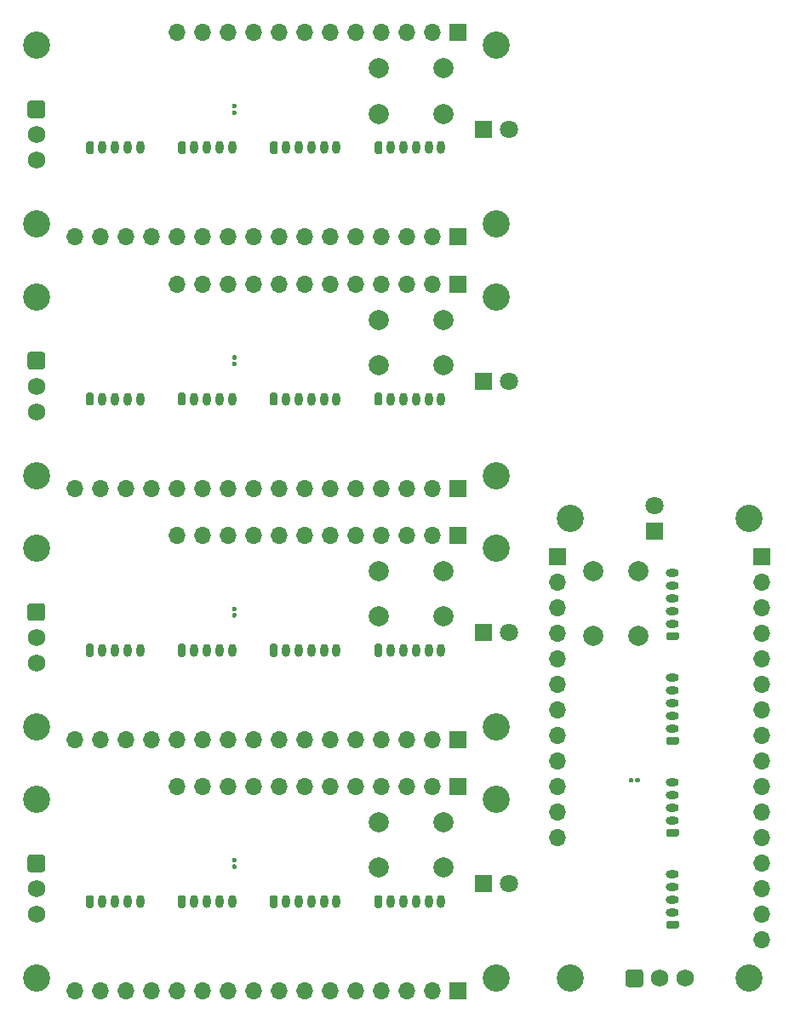
<source format=gbs>
%MOIN*%
%OFA0B0*%
%FSLAX46Y46*%
%IPPOS*%
%LPD*%
%ADD10C,0.068503937007874022*%
%ADD11R,0.066929133858267723X0.066929133858267723*%
%ADD12O,0.066929133858267723X0.066929133858267723*%
%ADD13O,0.031496062992125991X0.051181102362204731*%
%ADD14C,0.10629921259842522*%
%ADD15R,0.070866141732283464X0.070866141732283464*%
%ADD16C,0.070866141732283464*%
%ADD17C,0.07874015748031496*%
%ADD28C,0.068503937007874022*%
%ADD29R,0.066929133858267723X0.066929133858267723*%
%ADD30O,0.066929133858267723X0.066929133858267723*%
%ADD31O,0.051181102362204731X0.031496062992125991*%
%ADD32C,0.10629921259842522*%
%ADD33R,0.070866141732283464X0.070866141732283464*%
%ADD34C,0.070866141732283464*%
%ADD35C,0.07874015748031496*%
%ADD36C,0.068503937007874022*%
%ADD37R,0.066929133858267723X0.066929133858267723*%
%ADD38O,0.066929133858267723X0.066929133858267723*%
%ADD39O,0.031496062992125991X0.051181102362204731*%
%ADD40C,0.10629921259842522*%
%ADD41R,0.070866141732283464X0.070866141732283464*%
%ADD42C,0.070866141732283464*%
%ADD43C,0.07874015748031496*%
%ADD44C,0.068503937007874022*%
%ADD45R,0.066929133858267723X0.066929133858267723*%
%ADD46O,0.066929133858267723X0.066929133858267723*%
%ADD47O,0.031496062992125991X0.051181102362204731*%
%ADD48C,0.10629921259842522*%
%ADD49R,0.070866141732283464X0.070866141732283464*%
%ADD50C,0.070866141732283464*%
%ADD51C,0.07874015748031496*%
%ADD52C,0.068503937007874022*%
%ADD53R,0.066929133858267723X0.066929133858267723*%
%ADD54O,0.066929133858267723X0.066929133858267723*%
%ADD55O,0.031496062992125991X0.051181102362204731*%
%ADD56C,0.10629921259842522*%
%ADD57R,0.070866141732283464X0.070866141732283464*%
%ADD58C,0.070866141732283464*%
%ADD59C,0.07874015748031496*%
G01*
D10*
X-0001000000Y0001900000D02*
X0000100000Y0000350000D03*
X0000100000Y0000450000D03*
G36*
G01*
X0000075590Y0000584251D02*
X0000124409Y0000584251D01*
G75*
G02*
X0000134251Y0000574409J-0000009842D01*
G01*
X0000134251Y0000525590D01*
G75*
G02*
X0000124409Y0000515748I-0000009842D01*
G01*
X0000075590Y0000515748D01*
G75*
G02*
X0000065748Y0000525590J0000009842D01*
G01*
X0000065748Y0000574409D01*
G75*
G02*
X0000075590Y0000584251I0000009842D01*
G01*
G37*
G36*
G01*
X0000871062Y0000546456D02*
X0000878937Y0000546456D01*
G75*
G02*
X0000882874Y0000542519J-0000003937D01*
G01*
X0000882874Y0000532283D01*
G75*
G02*
X0000878937Y0000528346I-0000003937D01*
G01*
X0000871062Y0000528346D01*
G75*
G02*
X0000867125Y0000532283J0000003937D01*
G01*
X0000867125Y0000542519D01*
G75*
G02*
X0000871062Y0000546456I0000003937D01*
G01*
G37*
G36*
G01*
X0000871062Y0000571653D02*
X0000878937Y0000571653D01*
G75*
G02*
X0000882874Y0000567716J-0000003937D01*
G01*
X0000882874Y0000557480D01*
G75*
G02*
X0000878937Y0000553543I-0000003937D01*
G01*
X0000871062Y0000553543D01*
G75*
G02*
X0000867125Y0000557480J0000003937D01*
G01*
X0000867125Y0000567716D01*
G75*
G02*
X0000871062Y0000571653I0000003937D01*
G01*
G37*
D11*
X0001749999Y0000849999D03*
D12*
X0001650000Y0000849999D03*
X0001550000Y0000849999D03*
X0001450000Y0000849999D03*
X0001350000Y0000849999D03*
X0001250000Y0000849999D03*
X0001150000Y0000849999D03*
X0001050000Y0000849999D03*
X0000950000Y0000849999D03*
X0000850000Y0000849999D03*
X0000750000Y0000849999D03*
X0000649999Y0000849999D03*
D13*
X0000866850Y0000399999D03*
X0000817637Y0000399999D03*
X0000768425Y0000399999D03*
X0000719212Y0000399999D03*
G36*
G01*
X0000654251Y0000382283D02*
X0000654251Y0000417716D01*
G75*
G02*
X0000662125Y0000425590I0000007874D01*
G01*
X0000677874Y0000425590D01*
G75*
G02*
X0000685748Y0000417716J-0000007874D01*
G01*
X0000685748Y0000382283D01*
G75*
G02*
X0000677874Y0000374409I-0000007874D01*
G01*
X0000662125Y0000374409D01*
G75*
G02*
X0000654251Y0000382283J0000007874D01*
G01*
G37*
D14*
X0001900000Y0000799999D03*
X0001900000Y0000099999D03*
X0000100000Y0000099999D03*
X0000100000Y0000799999D03*
D11*
X0001749999Y0000049999D03*
D12*
X0001650000Y0000049999D03*
X0001550000Y0000049999D03*
X0001450000Y0000049999D03*
X0001350000Y0000049999D03*
X0001250000Y0000049999D03*
X0001150000Y0000049999D03*
X0001050000Y0000049999D03*
X0000950000Y0000049999D03*
X0000850000Y0000049999D03*
X0000750000Y0000049999D03*
X0000649999Y0000049999D03*
X0000549999Y0000049999D03*
X0000450000Y0000049999D03*
X0000350000Y0000049999D03*
X0000250000Y0000049999D03*
D15*
X0001850000Y0000469999D03*
D16*
X0001950000Y0000469999D03*
D17*
X0001440000Y0000532834D03*
X0001440000Y0000710000D03*
X0001695905Y0000532834D03*
X0001695905Y0000710000D03*
G36*
G01*
X0001014251Y0000382283D02*
X0001014251Y0000417716D01*
G75*
G02*
X0001022125Y0000425590I0000007874D01*
G01*
X0001037874Y0000425590D01*
G75*
G02*
X0001045748Y0000417716J-0000007874D01*
G01*
X0001045748Y0000382283D01*
G75*
G02*
X0001037874Y0000374409I-0000007874D01*
G01*
X0001022125Y0000374409D01*
G75*
G02*
X0001014251Y0000382283J0000007874D01*
G01*
G37*
D13*
X0001079212Y0000399999D03*
X0001128425Y0000399999D03*
X0001177637Y0000399999D03*
X0001226850Y0000399999D03*
X0001276062Y0000399999D03*
X0001686062Y0000399999D03*
X0001636850Y0000399999D03*
X0001587637Y0000399999D03*
X0001538425Y0000399999D03*
X0001489212Y0000399999D03*
G36*
G01*
X0001424251Y0000382283D02*
X0001424251Y0000417716D01*
G75*
G02*
X0001432125Y0000425590I0000007874D01*
G01*
X0001447874Y0000425590D01*
G75*
G02*
X0001455748Y0000417716J-0000007874D01*
G01*
X0001455748Y0000382283D01*
G75*
G02*
X0001447874Y0000374409I-0000007874D01*
G01*
X0001432125Y0000374409D01*
G75*
G02*
X0001424251Y0000382283J0000007874D01*
G01*
G37*
G36*
G01*
X0000294251Y0000382283D02*
X0000294251Y0000417716D01*
G75*
G02*
X0000302125Y0000425590I0000007874D01*
G01*
X0000317873Y0000425590D01*
G75*
G02*
X0000325748Y0000417716J-0000007874D01*
G01*
X0000325748Y0000382283D01*
G75*
G02*
X0000317873Y0000374409I-0000007874D01*
G01*
X0000302125Y0000374409D01*
G75*
G02*
X0000294251Y0000382283J0000007874D01*
G01*
G37*
X0000359212Y0000399999D03*
X0000408425Y0000399999D03*
X0000457637Y0000399999D03*
X0000506850Y0000399999D03*
G04 next file*
G04 #@! TF.GenerationSoftware,KiCad,Pcbnew,(5.1.10)-1*
G04 #@! TF.CreationDate,2021-09-22T19:22:54-07:00*
G04 #@! TF.ProjectId,HW_IR Featherwing,48575f49-5220-4466-9561-746865727769,rev?*
G04 #@! TF.SameCoordinates,Original*
G04 #@! TF.FileFunction,Soldermask,Bot*
G04 #@! TF.FilePolarity,Negative*
G04 Gerber Fmt 4.6, Leading zero omitted, Abs format (unit mm)*
G04 Created by KiCad (PCBNEW (5.1.10)-1) date 2021-09-22 19:22:54*
G01*
G04 APERTURE LIST*
G04 APERTURE END LIST*
D28*
X0001092126Y-0000999999D02*
X0002642126Y0000100000D03*
X0002542126Y0000100000D03*
G36*
G01*
X0002407874Y0000075590D02*
X0002407874Y0000124409D01*
G75*
G02*
X0002417716Y0000134251I0000009842D01*
G01*
X0002466535Y0000134251D01*
G75*
G02*
X0002476377Y0000124409J-0000009842D01*
G01*
X0002476377Y0000075590D01*
G75*
G02*
X0002466535Y0000065748I-0000009842D01*
G01*
X0002417716Y0000065748D01*
G75*
G02*
X0002407874Y0000075590J0000009842D01*
G01*
G37*
G36*
G01*
X0002445669Y0000871062D02*
X0002445669Y0000878937D01*
G75*
G02*
X0002449606Y0000882874I0000003937D01*
G01*
X0002459842Y0000882874D01*
G75*
G02*
X0002463779Y0000878937J-0000003937D01*
G01*
X0002463779Y0000871062D01*
G75*
G02*
X0002459842Y0000867125I-0000003937D01*
G01*
X0002449606Y0000867125D01*
G75*
G02*
X0002445669Y0000871062J0000003937D01*
G01*
G37*
G36*
G01*
X0002420472Y0000871062D02*
X0002420472Y0000878937D01*
G75*
G02*
X0002424409Y0000882874I0000003937D01*
G01*
X0002434645Y0000882874D01*
G75*
G02*
X0002438582Y0000878937J-0000003937D01*
G01*
X0002438582Y0000871062D01*
G75*
G02*
X0002434645Y0000867125I-0000003937D01*
G01*
X0002424409Y0000867125D01*
G75*
G02*
X0002420472Y0000871062J0000003937D01*
G01*
G37*
D29*
X0002142126Y0001750000D03*
D30*
X0002142126Y0001650000D03*
X0002142126Y0001550000D03*
X0002142126Y0001450000D03*
X0002142126Y0001350000D03*
X0002142126Y0001250000D03*
X0002142126Y0001150000D03*
X0002142126Y0001050000D03*
X0002142126Y0000950000D03*
X0002142126Y0000850000D03*
X0002142126Y0000750000D03*
X0002142126Y0000650000D03*
D31*
X0002592126Y0000866850D03*
X0002592126Y0000817637D03*
X0002592126Y0000768425D03*
X0002592126Y0000719212D03*
G36*
G01*
X0002609842Y0000654251D02*
X0002574409Y0000654251D01*
G75*
G02*
X0002566535Y0000662125J0000007874D01*
G01*
X0002566535Y0000677874D01*
G75*
G02*
X0002574409Y0000685748I0000007874D01*
G01*
X0002609842Y0000685748D01*
G75*
G02*
X0002617716Y0000677874J-0000007874D01*
G01*
X0002617716Y0000662125D01*
G75*
G02*
X0002609842Y0000654251I-0000007874D01*
G01*
G37*
D32*
X0002192126Y0001900000D03*
X0002892126Y0001900000D03*
X0002892126Y0000100000D03*
X0002192126Y0000100000D03*
D29*
X0002942126Y0001750000D03*
D30*
X0002942126Y0001650000D03*
X0002942126Y0001550000D03*
X0002942126Y0001450000D03*
X0002942126Y0001350000D03*
X0002942126Y0001250000D03*
X0002942126Y0001150000D03*
X0002942126Y0001050000D03*
X0002942126Y0000950000D03*
X0002942126Y0000850000D03*
X0002942126Y0000750000D03*
X0002942126Y0000650000D03*
X0002942126Y0000550000D03*
X0002942126Y0000450000D03*
X0002942126Y0000350000D03*
X0002942126Y0000250000D03*
D33*
X0002522126Y0001850000D03*
D34*
X0002522126Y0001950000D03*
D35*
X0002459291Y0001440000D03*
X0002282126Y0001440000D03*
X0002459291Y0001695905D03*
X0002282126Y0001695905D03*
G36*
G01*
X0002609842Y0001014251D02*
X0002574409Y0001014251D01*
G75*
G02*
X0002566535Y0001022125J0000007874D01*
G01*
X0002566535Y0001037874D01*
G75*
G02*
X0002574409Y0001045748I0000007874D01*
G01*
X0002609842Y0001045748D01*
G75*
G02*
X0002617716Y0001037874J-0000007874D01*
G01*
X0002617716Y0001022125D01*
G75*
G02*
X0002609842Y0001014251I-0000007874D01*
G01*
G37*
D31*
X0002592126Y0001079212D03*
X0002592126Y0001128425D03*
X0002592126Y0001177637D03*
X0002592126Y0001226850D03*
X0002592126Y0001276062D03*
X0002592126Y0001686062D03*
X0002592126Y0001636850D03*
X0002592126Y0001587637D03*
X0002592126Y0001538425D03*
X0002592126Y0001489212D03*
G36*
G01*
X0002609842Y0001424251D02*
X0002574409Y0001424251D01*
G75*
G02*
X0002566535Y0001432125J0000007874D01*
G01*
X0002566535Y0001447874D01*
G75*
G02*
X0002574409Y0001455748I0000007874D01*
G01*
X0002609842Y0001455748D01*
G75*
G02*
X0002617716Y0001447874J-0000007874D01*
G01*
X0002617716Y0001432125D01*
G75*
G02*
X0002609842Y0001424251I-0000007874D01*
G01*
G37*
G36*
G01*
X0002609842Y0000294251D02*
X0002574409Y0000294251D01*
G75*
G02*
X0002566535Y0000302125J0000007874D01*
G01*
X0002566535Y0000317874D01*
G75*
G02*
X0002574409Y0000325748I0000007874D01*
G01*
X0002609842Y0000325748D01*
G75*
G02*
X0002617716Y0000317874J-0000007874D01*
G01*
X0002617716Y0000302125D01*
G75*
G02*
X0002609842Y0000294251I-0000007874D01*
G01*
G37*
X0002592126Y0000359212D03*
X0002592126Y0000408425D03*
X0002592126Y0000457637D03*
X0002592126Y0000506850D03*
G04 next file*
G04 #@! TF.GenerationSoftware,KiCad,Pcbnew,(5.1.10)-1*
G04 #@! TF.CreationDate,2021-09-22T19:22:54-07:00*
G04 #@! TF.ProjectId,HW_IR Featherwing,48575f49-5220-4466-9561-746865727769,rev?*
G04 #@! TF.SameCoordinates,Original*
G04 #@! TF.FileFunction,Soldermask,Bot*
G04 #@! TF.FilePolarity,Negative*
G04 Gerber Fmt 4.6, Leading zero omitted, Abs format (unit mm)*
G04 Created by KiCad (PCBNEW (5.1.10)-1) date 2021-09-22 19:22:54*
G01*
G04 APERTURE LIST*
G04 APERTURE END LIST*
D36*
X-0001000000Y0002884251D02*
X0000100000Y0001334251D03*
X0000100000Y0001434251D03*
G36*
G01*
X0000075590Y0001568503D02*
X0000124409Y0001568503D01*
G75*
G02*
X0000134251Y0001558661J-0000009842D01*
G01*
X0000134251Y0001509842D01*
G75*
G02*
X0000124409Y0001499999I-0000009842D01*
G01*
X0000075590Y0001499999D01*
G75*
G02*
X0000065748Y0001509842J0000009842D01*
G01*
X0000065748Y0001558661D01*
G75*
G02*
X0000075590Y0001568503I0000009842D01*
G01*
G37*
G36*
G01*
X0000871062Y0001530708D02*
X0000878937Y0001530708D01*
G75*
G02*
X0000882874Y0001526771J-0000003937D01*
G01*
X0000882874Y0001516535D01*
G75*
G02*
X0000878937Y0001512598I-0000003937D01*
G01*
X0000871062Y0001512598D01*
G75*
G02*
X0000867125Y0001516535J0000003937D01*
G01*
X0000867125Y0001526771D01*
G75*
G02*
X0000871062Y0001530708I0000003937D01*
G01*
G37*
G36*
G01*
X0000871062Y0001555905D02*
X0000878937Y0001555905D01*
G75*
G02*
X0000882874Y0001551968J-0000003937D01*
G01*
X0000882874Y0001541732D01*
G75*
G02*
X0000878937Y0001537795I-0000003937D01*
G01*
X0000871062Y0001537795D01*
G75*
G02*
X0000867125Y0001541732J0000003937D01*
G01*
X0000867125Y0001551968D01*
G75*
G02*
X0000871062Y0001555905I0000003937D01*
G01*
G37*
D37*
X0001749999Y0001834251D03*
D38*
X0001650000Y0001834251D03*
X0001550000Y0001834251D03*
X0001450000Y0001834251D03*
X0001350000Y0001834251D03*
X0001250000Y0001834251D03*
X0001150000Y0001834251D03*
X0001050000Y0001834251D03*
X0000950000Y0001834251D03*
X0000850000Y0001834251D03*
X0000750000Y0001834251D03*
X0000649999Y0001834251D03*
D39*
X0000866850Y0001384251D03*
X0000817637Y0001384251D03*
X0000768425Y0001384251D03*
X0000719212Y0001384251D03*
G36*
G01*
X0000654251Y0001366535D02*
X0000654251Y0001401968D01*
G75*
G02*
X0000662125Y0001409842I0000007874D01*
G01*
X0000677874Y0001409842D01*
G75*
G02*
X0000685748Y0001401968J-0000007874D01*
G01*
X0000685748Y0001366535D01*
G75*
G02*
X0000677874Y0001358661I-0000007874D01*
G01*
X0000662125Y0001358661D01*
G75*
G02*
X0000654251Y0001366535J0000007874D01*
G01*
G37*
D40*
X0001900000Y0001784251D03*
X0001900000Y0001084251D03*
X0000100000Y0001084251D03*
X0000100000Y0001784251D03*
D37*
X0001749999Y0001034251D03*
D38*
X0001650000Y0001034251D03*
X0001550000Y0001034251D03*
X0001450000Y0001034251D03*
X0001350000Y0001034251D03*
X0001250000Y0001034251D03*
X0001150000Y0001034251D03*
X0001050000Y0001034251D03*
X0000950000Y0001034251D03*
X0000850000Y0001034251D03*
X0000750000Y0001034251D03*
X0000649999Y0001034251D03*
X0000549999Y0001034251D03*
X0000450000Y0001034251D03*
X0000350000Y0001034251D03*
X0000250000Y0001034251D03*
D41*
X0001850000Y0001454251D03*
D42*
X0001950000Y0001454251D03*
D43*
X0001440000Y0001517086D03*
X0001440000Y0001694251D03*
X0001695905Y0001517086D03*
X0001695905Y0001694251D03*
G36*
G01*
X0001014251Y0001366535D02*
X0001014251Y0001401968D01*
G75*
G02*
X0001022125Y0001409842I0000007874D01*
G01*
X0001037874Y0001409842D01*
G75*
G02*
X0001045748Y0001401968J-0000007874D01*
G01*
X0001045748Y0001366535D01*
G75*
G02*
X0001037874Y0001358661I-0000007874D01*
G01*
X0001022125Y0001358661D01*
G75*
G02*
X0001014251Y0001366535J0000007874D01*
G01*
G37*
D39*
X0001079212Y0001384251D03*
X0001128425Y0001384251D03*
X0001177637Y0001384251D03*
X0001226850Y0001384251D03*
X0001276062Y0001384251D03*
X0001686062Y0001384251D03*
X0001636850Y0001384251D03*
X0001587637Y0001384251D03*
X0001538425Y0001384251D03*
X0001489212Y0001384251D03*
G36*
G01*
X0001424251Y0001366535D02*
X0001424251Y0001401968D01*
G75*
G02*
X0001432125Y0001409842I0000007874D01*
G01*
X0001447874Y0001409842D01*
G75*
G02*
X0001455748Y0001401968J-0000007874D01*
G01*
X0001455748Y0001366535D01*
G75*
G02*
X0001447874Y0001358661I-0000007874D01*
G01*
X0001432125Y0001358661D01*
G75*
G02*
X0001424251Y0001366535J0000007874D01*
G01*
G37*
G36*
G01*
X0000294251Y0001366535D02*
X0000294251Y0001401968D01*
G75*
G02*
X0000302125Y0001409842I0000007874D01*
G01*
X0000317873Y0001409842D01*
G75*
G02*
X0000325748Y0001401968J-0000007874D01*
G01*
X0000325748Y0001366535D01*
G75*
G02*
X0000317873Y0001358661I-0000007874D01*
G01*
X0000302125Y0001358661D01*
G75*
G02*
X0000294251Y0001366535J0000007874D01*
G01*
G37*
X0000359212Y0001384251D03*
X0000408425Y0001384251D03*
X0000457637Y0001384251D03*
X0000506850Y0001384251D03*
G04 next file*
G04 #@! TF.GenerationSoftware,KiCad,Pcbnew,(5.1.10)-1*
G04 #@! TF.CreationDate,2021-09-22T19:22:54-07:00*
G04 #@! TF.ProjectId,HW_IR Featherwing,48575f49-5220-4466-9561-746865727769,rev?*
G04 #@! TF.SameCoordinates,Original*
G04 #@! TF.FileFunction,Soldermask,Bot*
G04 #@! TF.FilePolarity,Negative*
G04 Gerber Fmt 4.6, Leading zero omitted, Abs format (unit mm)*
G04 Created by KiCad (PCBNEW (5.1.10)-1) date 2021-09-22 19:22:54*
G01*
G04 APERTURE LIST*
G04 APERTURE END LIST*
D44*
X-0001000000Y0003868503D02*
X0000100000Y0002318503D03*
X0000100000Y0002418503D03*
G36*
G01*
X0000075590Y0002552755D02*
X0000124409Y0002552755D01*
G75*
G02*
X0000134251Y0002542913J-0000009842D01*
G01*
X0000134251Y0002494094D01*
G75*
G02*
X0000124409Y0002484251I-0000009842D01*
G01*
X0000075590Y0002484251D01*
G75*
G02*
X0000065748Y0002494094J0000009842D01*
G01*
X0000065748Y0002542913D01*
G75*
G02*
X0000075590Y0002552755I0000009842D01*
G01*
G37*
G36*
G01*
X0000871062Y0002514960D02*
X0000878937Y0002514960D01*
G75*
G02*
X0000882874Y0002511023J-0000003937D01*
G01*
X0000882874Y0002500787D01*
G75*
G02*
X0000878937Y0002496850I-0000003937D01*
G01*
X0000871062Y0002496850D01*
G75*
G02*
X0000867125Y0002500787J0000003937D01*
G01*
X0000867125Y0002511023D01*
G75*
G02*
X0000871062Y0002514960I0000003937D01*
G01*
G37*
G36*
G01*
X0000871062Y0002540157D02*
X0000878937Y0002540157D01*
G75*
G02*
X0000882874Y0002536220J-0000003937D01*
G01*
X0000882874Y0002525984D01*
G75*
G02*
X0000878937Y0002522047I-0000003937D01*
G01*
X0000871062Y0002522047D01*
G75*
G02*
X0000867125Y0002525984J0000003937D01*
G01*
X0000867125Y0002536220D01*
G75*
G02*
X0000871062Y0002540157I0000003937D01*
G01*
G37*
D45*
X0001749999Y0002818503D03*
D46*
X0001650000Y0002818503D03*
X0001550000Y0002818503D03*
X0001450000Y0002818503D03*
X0001350000Y0002818503D03*
X0001250000Y0002818503D03*
X0001150000Y0002818503D03*
X0001050000Y0002818503D03*
X0000950000Y0002818503D03*
X0000850000Y0002818503D03*
X0000750000Y0002818503D03*
X0000649999Y0002818503D03*
D47*
X0000866850Y0002368503D03*
X0000817637Y0002368503D03*
X0000768425Y0002368503D03*
X0000719212Y0002368503D03*
G36*
G01*
X0000654251Y0002350787D02*
X0000654251Y0002386220D01*
G75*
G02*
X0000662125Y0002394094I0000007874D01*
G01*
X0000677874Y0002394094D01*
G75*
G02*
X0000685748Y0002386220J-0000007874D01*
G01*
X0000685748Y0002350787D01*
G75*
G02*
X0000677874Y0002342913I-0000007874D01*
G01*
X0000662125Y0002342913D01*
G75*
G02*
X0000654251Y0002350787J0000007874D01*
G01*
G37*
D48*
X0001900000Y0002768503D03*
X0001900000Y0002068503D03*
X0000100000Y0002068503D03*
X0000100000Y0002768503D03*
D45*
X0001749999Y0002018503D03*
D46*
X0001650000Y0002018503D03*
X0001550000Y0002018503D03*
X0001450000Y0002018503D03*
X0001350000Y0002018503D03*
X0001250000Y0002018503D03*
X0001150000Y0002018503D03*
X0001050000Y0002018503D03*
X0000950000Y0002018503D03*
X0000850000Y0002018503D03*
X0000750000Y0002018503D03*
X0000649999Y0002018503D03*
X0000549999Y0002018503D03*
X0000450000Y0002018503D03*
X0000350000Y0002018503D03*
X0000250000Y0002018503D03*
D49*
X0001850000Y0002438503D03*
D50*
X0001950000Y0002438503D03*
D51*
X0001440000Y0002501338D03*
X0001440000Y0002678503D03*
X0001695905Y0002501338D03*
X0001695905Y0002678503D03*
G36*
G01*
X0001014251Y0002350787D02*
X0001014251Y0002386220D01*
G75*
G02*
X0001022125Y0002394094I0000007874D01*
G01*
X0001037874Y0002394094D01*
G75*
G02*
X0001045748Y0002386220J-0000007874D01*
G01*
X0001045748Y0002350787D01*
G75*
G02*
X0001037874Y0002342913I-0000007874D01*
G01*
X0001022125Y0002342913D01*
G75*
G02*
X0001014251Y0002350787J0000007874D01*
G01*
G37*
D47*
X0001079212Y0002368503D03*
X0001128425Y0002368503D03*
X0001177637Y0002368503D03*
X0001226850Y0002368503D03*
X0001276062Y0002368503D03*
X0001686062Y0002368503D03*
X0001636850Y0002368503D03*
X0001587637Y0002368503D03*
X0001538425Y0002368503D03*
X0001489212Y0002368503D03*
G36*
G01*
X0001424251Y0002350787D02*
X0001424251Y0002386220D01*
G75*
G02*
X0001432125Y0002394094I0000007874D01*
G01*
X0001447874Y0002394094D01*
G75*
G02*
X0001455748Y0002386220J-0000007874D01*
G01*
X0001455748Y0002350787D01*
G75*
G02*
X0001447874Y0002342913I-0000007874D01*
G01*
X0001432125Y0002342913D01*
G75*
G02*
X0001424251Y0002350787J0000007874D01*
G01*
G37*
G36*
G01*
X0000294251Y0002350787D02*
X0000294251Y0002386220D01*
G75*
G02*
X0000302125Y0002394094I0000007874D01*
G01*
X0000317873Y0002394094D01*
G75*
G02*
X0000325748Y0002386220J-0000007874D01*
G01*
X0000325748Y0002350787D01*
G75*
G02*
X0000317873Y0002342913I-0000007874D01*
G01*
X0000302125Y0002342913D01*
G75*
G02*
X0000294251Y0002350787J0000007874D01*
G01*
G37*
X0000359212Y0002368503D03*
X0000408425Y0002368503D03*
X0000457637Y0002368503D03*
X0000506850Y0002368503D03*
G04 next file*
G04 #@! TF.GenerationSoftware,KiCad,Pcbnew,(5.1.10)-1*
G04 #@! TF.CreationDate,2021-09-22T19:22:54-07:00*
G04 #@! TF.ProjectId,HW_IR Featherwing,48575f49-5220-4466-9561-746865727769,rev?*
G04 #@! TF.SameCoordinates,Original*
G04 #@! TF.FileFunction,Soldermask,Bot*
G04 #@! TF.FilePolarity,Negative*
G04 Gerber Fmt 4.6, Leading zero omitted, Abs format (unit mm)*
G04 Created by KiCad (PCBNEW (5.1.10)-1) date 2021-09-22 19:22:54*
G01*
G04 APERTURE LIST*
G04 APERTURE END LIST*
D52*
X-0001000000Y0004852755D02*
X0000100000Y0003302755D03*
X0000100000Y0003402755D03*
G36*
G01*
X0000075590Y0003537007D02*
X0000124409Y0003537007D01*
G75*
G02*
X0000134251Y0003527165J-0000009842D01*
G01*
X0000134251Y0003478346D01*
G75*
G02*
X0000124409Y0003468503I-0000009842D01*
G01*
X0000075590Y0003468503D01*
G75*
G02*
X0000065748Y0003478346J0000009842D01*
G01*
X0000065748Y0003527165D01*
G75*
G02*
X0000075590Y0003537007I0000009842D01*
G01*
G37*
G36*
G01*
X0000871062Y0003499212D02*
X0000878937Y0003499212D01*
G75*
G02*
X0000882874Y0003495275J-0000003937D01*
G01*
X0000882874Y0003485039D01*
G75*
G02*
X0000878937Y0003481102I-0000003937D01*
G01*
X0000871062Y0003481102D01*
G75*
G02*
X0000867125Y0003485039J0000003937D01*
G01*
X0000867125Y0003495275D01*
G75*
G02*
X0000871062Y0003499212I0000003937D01*
G01*
G37*
G36*
G01*
X0000871062Y0003524409D02*
X0000878937Y0003524409D01*
G75*
G02*
X0000882874Y0003520472J-0000003937D01*
G01*
X0000882874Y0003510236D01*
G75*
G02*
X0000878937Y0003506299I-0000003937D01*
G01*
X0000871062Y0003506299D01*
G75*
G02*
X0000867125Y0003510236J0000003937D01*
G01*
X0000867125Y0003520472D01*
G75*
G02*
X0000871062Y0003524409I0000003937D01*
G01*
G37*
D53*
X0001749999Y0003802755D03*
D54*
X0001650000Y0003802755D03*
X0001550000Y0003802755D03*
X0001450000Y0003802755D03*
X0001350000Y0003802755D03*
X0001250000Y0003802755D03*
X0001150000Y0003802755D03*
X0001050000Y0003802755D03*
X0000950000Y0003802755D03*
X0000850000Y0003802755D03*
X0000750000Y0003802755D03*
X0000649999Y0003802755D03*
D55*
X0000866850Y0003352755D03*
X0000817637Y0003352755D03*
X0000768425Y0003352755D03*
X0000719212Y0003352755D03*
G36*
G01*
X0000654251Y0003335039D02*
X0000654251Y0003370472D01*
G75*
G02*
X0000662125Y0003378346I0000007874D01*
G01*
X0000677874Y0003378346D01*
G75*
G02*
X0000685748Y0003370472J-0000007874D01*
G01*
X0000685748Y0003335039D01*
G75*
G02*
X0000677874Y0003327165I-0000007874D01*
G01*
X0000662125Y0003327165D01*
G75*
G02*
X0000654251Y0003335039J0000007874D01*
G01*
G37*
D56*
X0001900000Y0003752755D03*
X0001900000Y0003052755D03*
X0000100000Y0003052755D03*
X0000100000Y0003752755D03*
D53*
X0001749999Y0003002755D03*
D54*
X0001650000Y0003002755D03*
X0001550000Y0003002755D03*
X0001450000Y0003002755D03*
X0001350000Y0003002755D03*
X0001250000Y0003002755D03*
X0001150000Y0003002755D03*
X0001050000Y0003002755D03*
X0000950000Y0003002755D03*
X0000850000Y0003002755D03*
X0000750000Y0003002755D03*
X0000649999Y0003002755D03*
X0000549999Y0003002755D03*
X0000450000Y0003002755D03*
X0000350000Y0003002755D03*
X0000250000Y0003002755D03*
D57*
X0001850000Y0003422755D03*
D58*
X0001950000Y0003422755D03*
D59*
X0001440000Y0003485590D03*
X0001440000Y0003662755D03*
X0001695905Y0003485590D03*
X0001695905Y0003662755D03*
G36*
G01*
X0001014251Y0003335039D02*
X0001014251Y0003370472D01*
G75*
G02*
X0001022125Y0003378346I0000007874D01*
G01*
X0001037874Y0003378346D01*
G75*
G02*
X0001045748Y0003370472J-0000007874D01*
G01*
X0001045748Y0003335039D01*
G75*
G02*
X0001037874Y0003327165I-0000007874D01*
G01*
X0001022125Y0003327165D01*
G75*
G02*
X0001014251Y0003335039J0000007874D01*
G01*
G37*
D55*
X0001079212Y0003352755D03*
X0001128425Y0003352755D03*
X0001177637Y0003352755D03*
X0001226850Y0003352755D03*
X0001276062Y0003352755D03*
X0001686062Y0003352755D03*
X0001636850Y0003352755D03*
X0001587637Y0003352755D03*
X0001538425Y0003352755D03*
X0001489212Y0003352755D03*
G36*
G01*
X0001424251Y0003335039D02*
X0001424251Y0003370472D01*
G75*
G02*
X0001432125Y0003378346I0000007874D01*
G01*
X0001447874Y0003378346D01*
G75*
G02*
X0001455748Y0003370472J-0000007874D01*
G01*
X0001455748Y0003335039D01*
G75*
G02*
X0001447874Y0003327165I-0000007874D01*
G01*
X0001432125Y0003327165D01*
G75*
G02*
X0001424251Y0003335039J0000007874D01*
G01*
G37*
G36*
G01*
X0000294251Y0003335039D02*
X0000294251Y0003370472D01*
G75*
G02*
X0000302125Y0003378346I0000007874D01*
G01*
X0000317873Y0003378346D01*
G75*
G02*
X0000325748Y0003370472J-0000007874D01*
G01*
X0000325748Y0003335039D01*
G75*
G02*
X0000317873Y0003327165I-0000007874D01*
G01*
X0000302125Y0003327165D01*
G75*
G02*
X0000294251Y0003335039J0000007874D01*
G01*
G37*
X0000359212Y0003352755D03*
X0000408425Y0003352755D03*
X0000457637Y0003352755D03*
X0000506850Y0003352755D03*
M02*
</source>
